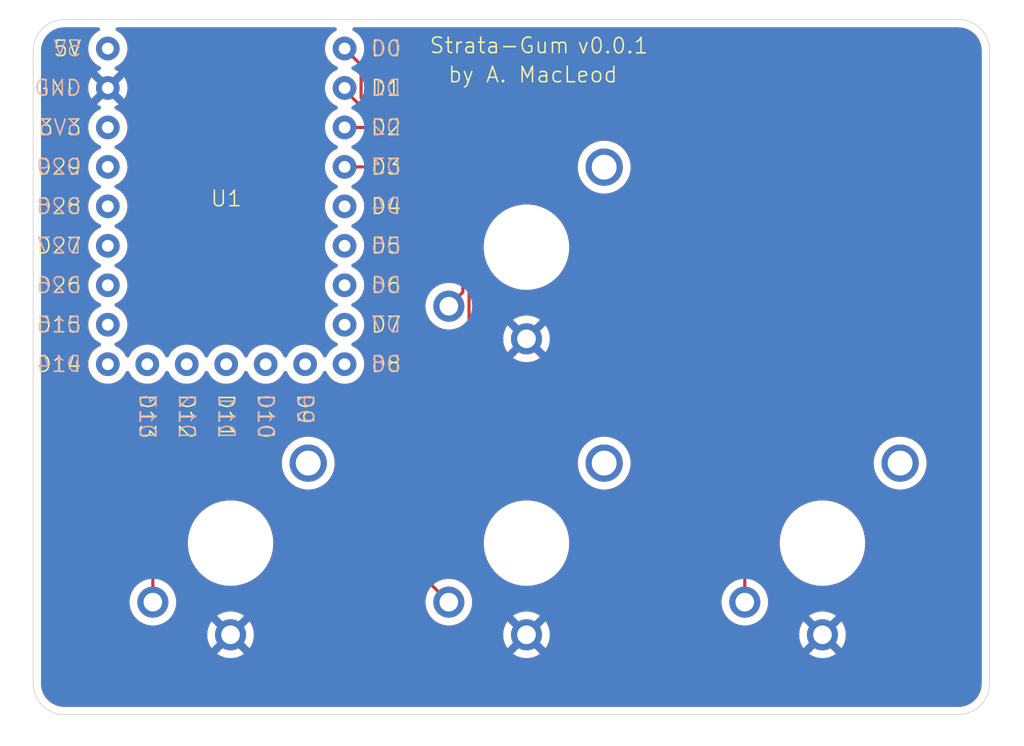
<source format=kicad_pcb>
(kicad_pcb (version 20240108) (generator "pcbnew") (generator_version "8.0")
  (title_block (title "Strata-Gum") (date "2025-06-10") (rev "0.0.1") (company "A. MacLeod"))
  (layers (0 "F.Cu" signal) (31 "B.Cu" signal) (34 "B.Paste" user) (35 "F.Paste" user) (36 "B.SilkS" user "B.Silkscreen") (37 "F.SilkS" user "F.Silkscreen") (38 "B.Mask" user) (39 "F.Mask" user) (44 "Edge.Cuts" user))
  (net 0 "")
  (net 1 "key1")
  (net 2 "GND")
  (net 3 "key2")
  (net 4 "key3")
  (net 5 "key4")
  (footprint "PCM_marbastlib-xp-choc:SW_choc_v2_1u" (layer "F.Cu") (at 50.27 49.91)
    (property "Reference" "CH1" (hide yes))
    (property "Value" "choc_v1_SW_solder")
    (pad "" np_thru_hole circle (at 0 0 180) (size 5 5) (drill 5) (layers "F&B.Cu" "*.Mask"))
    (pad "1" thru_hole circle (at -5 3.8 180) (size 2 2) (drill 1.2) (layers "*.Cu" "B.Mask") (net 1 "key1"))
    (pad "2" thru_hole circle (at 0 5.9 180) (size 2 2) (drill 1.2) (layers "*.Cu" "B.Mask") (net 2 "GND"))
    (pad "MP" thru_hole circle (at 5 -5.15 180) (size 2.4 2.4) (drill 1.6) (layers "*.Cu" "B.Mask"))
  )
  (footprint "keyboard_parts:RP2040 Zero (Through Hole)" (layer "F.Cu") (at 30.94 47.2825)
    (property "Reference" "U1" (at 0 -0.5 0) (layer "F.SilkS") (effects (font (thickness 0.1))))
    (property "Value" "RP2040 Zero")
    (fp_text user "D7" (at 9.25 7.6 0) (layer "B.SilkS") (effects (font (thickness 0.1)) (justify right mirror)))
    (fp_text user "5V" (at -9.25 -10.17 0) (layer "B.SilkS") (effects (font (thickness 0.1)) (justify left mirror)))
    (fp_text user "D10" (at 2.56 12 -90) (layer "B.SilkS") (effects (font (thickness 0.1)) (justify right mirror)))
    (fp_text user "D12" (at -2.52 12 -90) (layer "B.SilkS") (effects (font (thickness 0.1)) (justify right mirror)))
    (fp_text user "D26" (at -9.25 5.07 0) (layer "B.SilkS") (effects (font (thickness 0.1)) (justify left mirror)))
    (fp_text user "D8" (at 9.25 10.14 0) (layer "B.SilkS") (effects (font (thickness 0.1)) (justify right mirror)))
    (fp_text user "D11" (at 0.02 12 -90) (layer "B.SilkS") (effects (font (thickness 0.1)) (justify right mirror)))
    (fp_text user "D28" (at -9.25 -0.01 0) (layer "B.SilkS") (effects (font (thickness 0.1)) (justify left mirror)))
    (fp_text user "D15" (at -9.25 7.61 0) (layer "B.SilkS") (effects (font (thickness 0.1)) (justify left mirror)))
    (fp_text user "D0" (at 9.25 -10.16 0) (layer "B.SilkS") (effects (font (thickness 0.1)) (justify right mirror)))
    (fp_text user "D6" (at 9.25 5.06 0) (layer "B.SilkS") (effects (font (thickness 0.1)) (justify right mirror)))
    (fp_text user "D1" (at 9.25 -7.64 0) (layer "B.SilkS") (effects (font (thickness 0.1)) (justify right mirror)))
    (fp_text user "D14" (at -9.25 10.15 0) (layer "B.SilkS") (effects (font (thickness 0.1)) (justify left mirror)))
    (fp_text user "D2" (at 9.25 -5.1 0) (layer "B.SilkS") (effects (font (thickness 0.1)) (justify right mirror)))
    (fp_text user "GND" (at -9.25 -7.63 0) (layer "B.SilkS") (effects (font (thickness 0.1)) (justify left mirror)))
    (fp_text user "D13" (at -5.06 12 -90) (layer "B.SilkS") (effects (font (thickness 0.1)) (justify right mirror)))
    (fp_text user "D3" (at 9.25 -2.56 0) (layer "B.SilkS") (effects (font (thickness 0.1)) (justify right mirror)))
    (fp_text user "D27" (at -9.25 2.53 0) (layer "B.SilkS") (effects (font (thickness 0.1)) (justify left mirror)))
    (fp_text user "3V3" (at -9.25 -5.09 0) (layer "B.SilkS") (effects (font (thickness 0.1)) (justify left mirror)))
    (fp_text user "D9" (at 5.1 12 -90) (layer "B.SilkS") (effects (font (thickness 0.1)) (justify right mirror)))
    (fp_text user "D29" (at -9.25 -2.55 0) (layer "B.SilkS") (effects (font (thickness 0.1)) (justify left mirror)))
    (fp_text user "D5" (at 9.25 2.52 0) (layer "B.SilkS") (effects (font (thickness 0.1)) (justify right mirror)))
    (fp_text user "D4" (at 9.25 -0.02 0) (layer "B.SilkS") (effects (font (thickness 0.1)) (justify right mirror)))
    (fp_text user "D10" (at 2.54 12 -90) (layer "F.SilkS") (effects (font (thickness 0.1)) (justify left)))
    (fp_text user "D9" (at 5.08 12 -90) (layer "F.SilkS") (effects (font (thickness 0.1)) (justify left)))
    (fp_text user "D27" (at -9.25 2.54 0) (layer "F.SilkS") (effects (font (thickness 0.1)) (justify right)))
    (fp_text user "D11" (at 0 12 -90) (layer "F.SilkS") (effects (font (thickness 0.1)) (justify left)))
    (fp_text user "D15" (at -9.25 7.62 0) (layer "F.SilkS") (effects (font (thickness 0.1)) (justify right)))
    (fp_text user "D8" (at 9.25 10.16 0) (layer "F.SilkS") (effects (font (thickness 0.1)) (justify left)))
    (fp_text user "D14" (at -9.25 10.16 0) (layer "F.SilkS") (effects (font (thickness 0.1)) (justify right)))
    (fp_text user "D0" (at 9.25 -10.16 0) (layer "F.SilkS") (effects (font (thickness 0.1)) (justify left)))
    (fp_text user "D28" (at -9.25 0 0) (layer "F.SilkS") (effects (font (thickness 0.1)) (justify right)))
    (fp_text user "5V" (at -9.25 -10.16 0) (layer "F.SilkS") (effects (font (thickness 0.1)) (justify right)))
    (fp_text user "D3" (at 9.25 -2.54 0) (layer "F.SilkS") (effects (font (thickness 0.1)) (justify left)))
    (fp_text user "D1" (at 9.25 -7.62 0) (layer "F.SilkS") (effects (font (thickness 0.1)) (justify left)))
    (fp_text user "GND" (at -9.25 -7.62 0) (layer "F.SilkS") (effects (font (thickness 0.1)) (justify right)))
    (fp_text user "D7" (at 9.25 7.62 0) (layer "F.SilkS") (effects (font (thickness 0.1)) (justify left)))
    (fp_text user "3V3" (at -9.25 -5.08 0) (layer "F.SilkS") (effects (font (thickness 0.1)) (justify right)))
    (fp_text user "D6" (at 9.25 5.08 0) (layer "F.SilkS") (effects (font (thickness 0.1)) (justify left)))
    (fp_text user "D29" (at -9.25 -2.54 0) (layer "F.SilkS") (effects (font (thickness 0.1)) (justify right)))
    (fp_text user "D12" (at -2.54 12 -90) (layer "F.SilkS") (effects (font (thickness 0.1)) (justify left)))
    (fp_text user "D13" (at -5.08 12 -90) (layer "F.SilkS") (effects (font (thickness 0.1)) (justify left)))
    (fp_text user "D4" (at 9.25 0 0) (layer "F.SilkS") (effects (font (thickness 0.1)) (justify left)))
    (fp_text user "D2" (at 9.25 -5.08 0) (layer "F.SilkS") (effects (font (thickness 0.1)) (justify left)))
    (fp_text user "D26" (at -9.25 5.08 0) (layer "F.SilkS") (effects (font (thickness 0.1)) (justify right)))
    (fp_text user "D5" (at 9.25 2.54 0) (layer "F.SilkS") (effects (font (thickness 0.1)) (justify left)))
    (pad "0" thru_hole circle (at 7.62 -10.16) (size 1.524 1.524) (drill 0.762) (layers "*.Cu" "*.Mask") (net 5 "key4"))
    (pad "1" thru_hole circle (at 7.62 -7.62) (size 1.524 1.524) (drill 0.762) (layers "*.Cu" "*.Mask") (net 4 "key3"))
    (pad "2" thru_hole circle (at 7.62 -5.08) (size 1.524 1.524) (drill 0.762) (layers "*.Cu" "*.Mask") (net 3 "key2"))
    (pad "3" thru_hole circle (at 7.62 -2.54) (size 1.524 1.524) (drill 0.762) (layers "*.Cu" "*.Mask") (net 1 "key1"))
    (pad "4" thru_hole circle (at 7.62 0) (size 1.524 1.524) (drill 0.762) (layers "*.Cu" "*.Mask"))
    (pad "5" thru_hole circle (at 7.62 2.54) (size 1.524 1.524) (drill 0.762) (layers "*.Cu" "*.Mask"))
    (pad "6" thru_hole circle (at 7.62 5.08) (size 1.524 1.524) (drill 0.762) (layers "*.Cu" "*.Mask"))
    (pad "7" thru_hole circle (at 7.62 7.62) (size 1.524 1.524) (drill 0.762) (layers "*.Cu" "*.Mask"))
    (pad "8" thru_hole circle (at 7.62 10.16) (size 1.524 1.524) (drill 0.762) (layers "*.Cu" "*.Mask"))
    (pad "9" thru_hole circle (at 5.08 10.16) (size 1.524 1.524) (drill 0.762) (layers "*.Cu" "*.Mask"))
    (pad "10" thru_hole circle (at 2.54 10.16) (size 1.524 1.524) (drill 0.762) (layers "*.Cu" "*.Mask"))
    (pad "11" thru_hole circle (at 0 10.16) (size 1.524 1.524) (drill 0.762) (layers "*.Cu" "*.Mask"))
    (pad "12" thru_hole circle (at -2.54 10.16) (size 1.524 1.524) (drill 0.762) (layers "*.Cu" "*.Mask"))
    (pad "13" thru_hole circle (at -5.08 10.16) (size 1.524 1.524) (drill 0.762) (layers "*.Cu" "*.Mask"))
    (pad "14" thru_hole circle (at -7.62 10.16) (size 1.524 1.524) (drill 0.762) (layers "*.Cu" "*.Mask"))
    (pad "15" thru_hole circle (at -7.62 7.62) (size 1.524 1.524) (drill 0.762) (layers "*.Cu" "*.Mask"))
    (pad "26" thru_hole circle (at -7.62 5.08) (size 1.524 1.524) (drill 0.762) (layers "*.Cu" "*.Mask"))
    (pad "27" thru_hole circle (at -7.62 2.54) (size 1.524 1.524) (drill 0.762) (layers "*.Cu" "*.Mask"))
    (pad "28" thru_hole circle (at -7.62 0) (size 1.524 1.524) (drill 0.762) (layers "*.Cu" "*.Mask"))
    (pad "29" thru_hole circle (at -7.62 -2.54) (size 1.524 1.524) (drill 0.762) (layers "*.Cu" "*.Mask"))
    (pad "30" thru_hole circle (at -7.62 -5.08) (size 1.524 1.524) (drill 0.762) (layers "*.Cu" "*.Mask"))
    (pad "31" thru_hole circle (at -7.62 -7.62) (size 1.524 1.524) (drill 0.762) (layers "*.Cu" "*.Mask") (net 2 "GND"))
    (pad "32" thru_hole circle (at -7.62 -10.16) (size 1.524 1.524) (drill 0.762) (layers "*.Cu" "*.Mask"))
  )
  (footprint "PCM_marbastlib-xp-choc:SW_choc_v2_1u" (layer "F.Cu") (at 69.32 68.96)
    (property "Reference" "CH4" (hide yes))
    (property "Value" "choc_v1_SW_solder")
    (pad "" np_thru_hole circle (at 0 0 180) (size 5 5) (drill 5) (layers "F&B.Cu" "*.Mask"))
    (pad "1" thru_hole circle (at -5 3.8 180) (size 2 2) (drill 1.2) (layers "*.Cu" "B.Mask") (net 5 "key4"))
    (pad "2" thru_hole circle (at 0 5.9 180) (size 2 2) (drill 1.2) (layers "*.Cu" "B.Mask") (net 2 "GND"))
    (pad "MP" thru_hole circle (at 5 -5.15 180) (size 2.4 2.4) (drill 1.6) (layers "*.Cu" "B.Mask"))
  )
  (footprint "PCM_marbastlib-xp-choc:SW_choc_v2_1u" (layer "F.Cu") (at 31.22 68.96)
    (property "Reference" "CH2" (hide yes))
    (property "Value" "choc_v1_SW_solder")
    (pad "" np_thru_hole circle (at 0 0 180) (size 5 5) (drill 5) (layers "F&B.Cu" "*.Mask"))
    (pad "1" thru_hole circle (at -5 3.8 180) (size 2 2) (drill 1.2) (layers "*.Cu" "B.Mask") (net 3 "key2"))
    (pad "2" thru_hole circle (at 0 5.9 180) (size 2 2) (drill 1.2) (layers "*.Cu" "B.Mask") (net 2 "GND"))
    (pad "MP" thru_hole circle (at 5 -5.15 180) (size 2.4 2.4) (drill 1.6) (layers "*.Cu" "B.Mask"))
  )
  (footprint "PCM_marbastlib-xp-choc:SW_choc_v2_1u" (layer "F.Cu") (at 50.27 68.96)
    (property "Reference" "CH3" (hide yes))
    (property "Value" "choc_v1_SW_solder")
    (pad "" np_thru_hole circle (at 0 0 180) (size 5 5) (drill 5) (layers "F&B.Cu" "*.Mask"))
    (pad "1" thru_hole circle (at -5 3.8 180) (size 2 2) (drill 1.2) (layers "*.Cu" "B.Mask") (net 4 "key3"))
    (pad "2" thru_hole circle (at 0 5.9 180) (size 2 2) (drill 1.2) (layers "*.Cu" "B.Mask") (net 2 "GND"))
    (pad "MP" thru_hole circle (at 5 -5.15 180) (size 2.4 2.4) (drill 1.6) (layers "*.Cu" "B.Mask"))
  )
  (gr_arc (start 78.07 35.26) (mid 79.484214 35.845786) (end 80.07 37.26) (stroke (width 0.05)) (layer "Edge.Cuts"))
  (gr_arc (start 80.07 78) (mid 79.484214 79.414214) (end 78.07 80) (stroke (width 0.05)) (layer "Edge.Cuts"))
  (gr_line (start 78.07 80) (end 20.52 80) (stroke (width 0.05)) (layer "Edge.Cuts"))
  (gr_line (start 20.52 35.26) (end 78.07 35.26) (stroke (width 0.05)) (layer "Edge.Cuts"))
  (gr_line (start 18.52 78) (end 18.52 37.26) (stroke (width 0.05)) (layer "Edge.Cuts"))
  (gr_arc (start 18.52 37.26) (mid 19.105786 35.845786) (end 20.52 35.26) (stroke (width 0.05)) (layer "Edge.Cuts"))
  (gr_arc (start 20.52 80) (mid 19.105786 79.414214) (end 18.52 78) (stroke (width 0.05)) (layer "Edge.Cuts"))
  (gr_line (start 80.07 37.26) (end 80.07 78) (stroke (width 0.05)) (layer "Edge.Cuts"))
  (gr_text "Strata-Gum" (at 43.97 37.51 0) (layer "F.SilkS") (effects (font (size 1 1) (thickness 0.1)) (justify left bottom)))
  (gr_text "by A. MacLeod" (at 45.16 39.39 0) (layer "F.SilkS") (effects (font (size 1 1) (thickness 0.1)) (justify left bottom)))
  (gr_text "v0.0.1" (at 53.48 37.53 0) (layer "F.SilkS") (effects (font (size 1 1) (thickness 0.1)) (justify left bottom)))
  (segment (start 42.381128 44.7425) (end 46.17 48.531372) (width 0.2) (layer "F.Cu") (net 1))
  (segment (start 38.56 44.7425) (end 42.381128 44.7425) (width 0.2) (layer "F.Cu") (net 1))
  (segment (start 46.17 48.531372) (end 46.17 52.81) (width 0.2) (layer "F.Cu") (net 1))
  (segment (start 46.17 52.81) (end 45.27 53.71) (width 0.2) (layer "F.Cu") (net 1))
  (segment (start 38.56 42.2025) (end 40.406814 42.2025) (width 0.2) (layer "F.Cu") (net 3))
  (segment (start 46.57 56.62) (end 42.56 60.63) (width 0.2) (layer "F.Cu") (net 3))
  (segment (start 46.57 48.365686) (end 46.57 56.62) (width 0.2) (layer "F.Cu") (net 3))
  (segment (start 26.22 64.56) (end 26.22 72.76) (width 0.2) (layer "F.Cu") (net 3))
  (segment (start 30.15 60.63) (end 26.22 64.56) (width 0.2) (layer "F.Cu") (net 3))
  (segment (start 42.56 60.63) (end 30.15 60.63) (width 0.2) (layer "F.Cu") (net 3))
  (segment (start 40.406814 42.2025) (end 46.57 48.365686) (width 0.2) (layer "F.Cu") (net 3))
  (segment (start 42.945686 70.435686) (end 45.27 72.76) (width 0.2) (layer "F.Cu") (net 4))
  (segment (start 42.945686 60.81) (end 42.945686 70.435686) (width 0.2) (layer "F.Cu") (net 4))
  (segment (start 38.56 39.6625) (end 38.56 39.79) (width 0.2) (layer "F.Cu") (net 4))
  (segment (start 38.56 39.79) (end 46.97 48.2) (width 0.2) (layer "F.Cu") (net 4))
  (segment (start 46.97 48.2) (end 46.97 56.785686) (width 0.2) (layer "F.Cu") (net 4))
  (segment (start 46.97 56.785686) (end 42.945686 60.81) (width 0.2) (layer "F.Cu") (net 4))
  (segment (start 39.622 38.1845) (end 38.56 37.1225) (width 0.2) (layer "F.Cu") (net 5))
  (segment (start 59 60.6) (end 51.14 60.6) (width 0.2) (layer "F.Cu") (net 5))
  (segment (start 47.37 56.83) (end 47.37 48.034314) (width 0.2) (layer "F.Cu") (net 5))
  (segment (start 47.37 48.034314) (end 39.622 40.286314) (width 0.2) (layer "F.Cu") (net 5))
  (segment (start 39.622 40.286314) (end 39.622 38.1845) (width 0.2) (layer "F.Cu") (net 5))
  (segment (start 64.32 65.92) (end 59 60.6) (width 0.2) (layer "F.Cu") (net 5))
  (segment (start 64.32 72.76) (end 64.32 65.92) (width 0.2) (layer "F.Cu") (net 5))
  (segment (start 51.14 60.6) (end 47.37 56.83) (width 0.2) (layer "F.Cu") (net 5))
  (zone (net 2) (net_name "GND") (layers "F&B.Cu") (connect_pads (clearance 0.5)) (min_thickness 0.25) (fill yes (thermal_gap 0.5) (thermal_bridge_width 0.5))
    (polygon (pts (xy 16.38 34.04) (xy 82 34) (xy 82.3 82.02) (xy 16.38 81.77)))
  )
)
</source>
